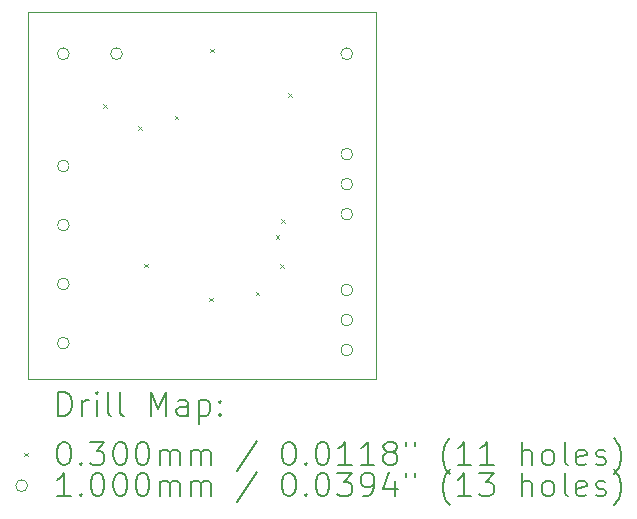
<source format=gbr>
%TF.GenerationSoftware,KiCad,Pcbnew,9.0.6*%
%TF.CreationDate,2025-11-23T22:05:46-07:00*%
%TF.ProjectId,ChuaCircuit,43687561-4369-4726-9375-69742e6b6963,rev?*%
%TF.SameCoordinates,Original*%
%TF.FileFunction,Drillmap*%
%TF.FilePolarity,Positive*%
%FSLAX45Y45*%
G04 Gerber Fmt 4.5, Leading zero omitted, Abs format (unit mm)*
G04 Created by KiCad (PCBNEW 9.0.6) date 2025-11-23 22:05:46*
%MOMM*%
%LPD*%
G01*
G04 APERTURE LIST*
%ADD10C,0.050000*%
%ADD11C,0.200000*%
%ADD12C,0.100000*%
G04 APERTURE END LIST*
D10*
X12350000Y-12000000D02*
X12350000Y-8900000D01*
X15300000Y-8900000D02*
X12350000Y-8900000D01*
X15300000Y-12000000D02*
X15300000Y-8900000D01*
X15300000Y-12000000D02*
X12350000Y-12000000D01*
D11*
D12*
X12987080Y-9678140D02*
X13017080Y-9708140D01*
X13017080Y-9678140D02*
X12987080Y-9708140D01*
X13285660Y-9862460D02*
X13315660Y-9892460D01*
X13315660Y-9862460D02*
X13285660Y-9892460D01*
X13335070Y-11026500D02*
X13365070Y-11056500D01*
X13365070Y-11026500D02*
X13335070Y-11056500D01*
X13594640Y-9774930D02*
X13624640Y-9804930D01*
X13624640Y-9774930D02*
X13594640Y-9804930D01*
X13885000Y-11314360D02*
X13915000Y-11344360D01*
X13915000Y-11314360D02*
X13885000Y-11344360D01*
X13894980Y-9206300D02*
X13924980Y-9236300D01*
X13924980Y-9206300D02*
X13894980Y-9236300D01*
X14277290Y-11263370D02*
X14307290Y-11293370D01*
X14307290Y-11263370D02*
X14277290Y-11293370D01*
X14447950Y-10785000D02*
X14477950Y-10815000D01*
X14477950Y-10785000D02*
X14447950Y-10815000D01*
X14485000Y-11033340D02*
X14515000Y-11063340D01*
X14515000Y-11033340D02*
X14485000Y-11063340D01*
X14493990Y-10649990D02*
X14523990Y-10679990D01*
X14523990Y-10649990D02*
X14493990Y-10679990D01*
X14552500Y-9584060D02*
X14582500Y-9614060D01*
X14582500Y-9584060D02*
X14552500Y-9614060D01*
X12700000Y-9250000D02*
G75*
G02*
X12600000Y-9250000I-50000J0D01*
G01*
X12600000Y-9250000D02*
G75*
G02*
X12700000Y-9250000I50000J0D01*
G01*
X12700000Y-10200000D02*
G75*
G02*
X12600000Y-10200000I-50000J0D01*
G01*
X12600000Y-10200000D02*
G75*
G02*
X12700000Y-10200000I50000J0D01*
G01*
X12700000Y-10700000D02*
G75*
G02*
X12600000Y-10700000I-50000J0D01*
G01*
X12600000Y-10700000D02*
G75*
G02*
X12700000Y-10700000I50000J0D01*
G01*
X12700000Y-11200000D02*
G75*
G02*
X12600000Y-11200000I-50000J0D01*
G01*
X12600000Y-11200000D02*
G75*
G02*
X12700000Y-11200000I50000J0D01*
G01*
X12700000Y-11700000D02*
G75*
G02*
X12600000Y-11700000I-50000J0D01*
G01*
X12600000Y-11700000D02*
G75*
G02*
X12700000Y-11700000I50000J0D01*
G01*
X13150000Y-9250000D02*
G75*
G02*
X13050000Y-9250000I-50000J0D01*
G01*
X13050000Y-9250000D02*
G75*
G02*
X13150000Y-9250000I50000J0D01*
G01*
X15100000Y-9250000D02*
G75*
G02*
X15000000Y-9250000I-50000J0D01*
G01*
X15000000Y-9250000D02*
G75*
G02*
X15100000Y-9250000I50000J0D01*
G01*
X15100000Y-10100000D02*
G75*
G02*
X15000000Y-10100000I-50000J0D01*
G01*
X15000000Y-10100000D02*
G75*
G02*
X15100000Y-10100000I50000J0D01*
G01*
X15100000Y-10354000D02*
G75*
G02*
X15000000Y-10354000I-50000J0D01*
G01*
X15000000Y-10354000D02*
G75*
G02*
X15100000Y-10354000I50000J0D01*
G01*
X15100000Y-10608000D02*
G75*
G02*
X15000000Y-10608000I-50000J0D01*
G01*
X15000000Y-10608000D02*
G75*
G02*
X15100000Y-10608000I50000J0D01*
G01*
X15100000Y-11250000D02*
G75*
G02*
X15000000Y-11250000I-50000J0D01*
G01*
X15000000Y-11250000D02*
G75*
G02*
X15100000Y-11250000I50000J0D01*
G01*
X15100000Y-11504000D02*
G75*
G02*
X15000000Y-11504000I-50000J0D01*
G01*
X15000000Y-11504000D02*
G75*
G02*
X15100000Y-11504000I50000J0D01*
G01*
X15100000Y-11758000D02*
G75*
G02*
X15000000Y-11758000I-50000J0D01*
G01*
X15000000Y-11758000D02*
G75*
G02*
X15100000Y-11758000I50000J0D01*
G01*
D11*
X12608277Y-12313984D02*
X12608277Y-12113984D01*
X12608277Y-12113984D02*
X12655896Y-12113984D01*
X12655896Y-12113984D02*
X12684467Y-12123508D01*
X12684467Y-12123508D02*
X12703515Y-12142555D01*
X12703515Y-12142555D02*
X12713039Y-12161603D01*
X12713039Y-12161603D02*
X12722562Y-12199698D01*
X12722562Y-12199698D02*
X12722562Y-12228269D01*
X12722562Y-12228269D02*
X12713039Y-12266365D01*
X12713039Y-12266365D02*
X12703515Y-12285412D01*
X12703515Y-12285412D02*
X12684467Y-12304460D01*
X12684467Y-12304460D02*
X12655896Y-12313984D01*
X12655896Y-12313984D02*
X12608277Y-12313984D01*
X12808277Y-12313984D02*
X12808277Y-12180650D01*
X12808277Y-12218746D02*
X12817801Y-12199698D01*
X12817801Y-12199698D02*
X12827324Y-12190174D01*
X12827324Y-12190174D02*
X12846372Y-12180650D01*
X12846372Y-12180650D02*
X12865420Y-12180650D01*
X12932086Y-12313984D02*
X12932086Y-12180650D01*
X12932086Y-12113984D02*
X12922562Y-12123508D01*
X12922562Y-12123508D02*
X12932086Y-12133031D01*
X12932086Y-12133031D02*
X12941610Y-12123508D01*
X12941610Y-12123508D02*
X12932086Y-12113984D01*
X12932086Y-12113984D02*
X12932086Y-12133031D01*
X13055896Y-12313984D02*
X13036848Y-12304460D01*
X13036848Y-12304460D02*
X13027324Y-12285412D01*
X13027324Y-12285412D02*
X13027324Y-12113984D01*
X13160658Y-12313984D02*
X13141610Y-12304460D01*
X13141610Y-12304460D02*
X13132086Y-12285412D01*
X13132086Y-12285412D02*
X13132086Y-12113984D01*
X13389229Y-12313984D02*
X13389229Y-12113984D01*
X13389229Y-12113984D02*
X13455896Y-12256841D01*
X13455896Y-12256841D02*
X13522562Y-12113984D01*
X13522562Y-12113984D02*
X13522562Y-12313984D01*
X13703515Y-12313984D02*
X13703515Y-12209222D01*
X13703515Y-12209222D02*
X13693991Y-12190174D01*
X13693991Y-12190174D02*
X13674943Y-12180650D01*
X13674943Y-12180650D02*
X13636848Y-12180650D01*
X13636848Y-12180650D02*
X13617801Y-12190174D01*
X13703515Y-12304460D02*
X13684467Y-12313984D01*
X13684467Y-12313984D02*
X13636848Y-12313984D01*
X13636848Y-12313984D02*
X13617801Y-12304460D01*
X13617801Y-12304460D02*
X13608277Y-12285412D01*
X13608277Y-12285412D02*
X13608277Y-12266365D01*
X13608277Y-12266365D02*
X13617801Y-12247317D01*
X13617801Y-12247317D02*
X13636848Y-12237793D01*
X13636848Y-12237793D02*
X13684467Y-12237793D01*
X13684467Y-12237793D02*
X13703515Y-12228269D01*
X13798753Y-12180650D02*
X13798753Y-12380650D01*
X13798753Y-12190174D02*
X13817801Y-12180650D01*
X13817801Y-12180650D02*
X13855896Y-12180650D01*
X13855896Y-12180650D02*
X13874943Y-12190174D01*
X13874943Y-12190174D02*
X13884467Y-12199698D01*
X13884467Y-12199698D02*
X13893991Y-12218746D01*
X13893991Y-12218746D02*
X13893991Y-12275888D01*
X13893991Y-12275888D02*
X13884467Y-12294936D01*
X13884467Y-12294936D02*
X13874943Y-12304460D01*
X13874943Y-12304460D02*
X13855896Y-12313984D01*
X13855896Y-12313984D02*
X13817801Y-12313984D01*
X13817801Y-12313984D02*
X13798753Y-12304460D01*
X13979705Y-12294936D02*
X13989229Y-12304460D01*
X13989229Y-12304460D02*
X13979705Y-12313984D01*
X13979705Y-12313984D02*
X13970182Y-12304460D01*
X13970182Y-12304460D02*
X13979705Y-12294936D01*
X13979705Y-12294936D02*
X13979705Y-12313984D01*
X13979705Y-12190174D02*
X13989229Y-12199698D01*
X13989229Y-12199698D02*
X13979705Y-12209222D01*
X13979705Y-12209222D02*
X13970182Y-12199698D01*
X13970182Y-12199698D02*
X13979705Y-12190174D01*
X13979705Y-12190174D02*
X13979705Y-12209222D01*
D12*
X12317500Y-12627500D02*
X12347500Y-12657500D01*
X12347500Y-12627500D02*
X12317500Y-12657500D01*
D11*
X12646372Y-12533984D02*
X12665420Y-12533984D01*
X12665420Y-12533984D02*
X12684467Y-12543508D01*
X12684467Y-12543508D02*
X12693991Y-12553031D01*
X12693991Y-12553031D02*
X12703515Y-12572079D01*
X12703515Y-12572079D02*
X12713039Y-12610174D01*
X12713039Y-12610174D02*
X12713039Y-12657793D01*
X12713039Y-12657793D02*
X12703515Y-12695888D01*
X12703515Y-12695888D02*
X12693991Y-12714936D01*
X12693991Y-12714936D02*
X12684467Y-12724460D01*
X12684467Y-12724460D02*
X12665420Y-12733984D01*
X12665420Y-12733984D02*
X12646372Y-12733984D01*
X12646372Y-12733984D02*
X12627324Y-12724460D01*
X12627324Y-12724460D02*
X12617801Y-12714936D01*
X12617801Y-12714936D02*
X12608277Y-12695888D01*
X12608277Y-12695888D02*
X12598753Y-12657793D01*
X12598753Y-12657793D02*
X12598753Y-12610174D01*
X12598753Y-12610174D02*
X12608277Y-12572079D01*
X12608277Y-12572079D02*
X12617801Y-12553031D01*
X12617801Y-12553031D02*
X12627324Y-12543508D01*
X12627324Y-12543508D02*
X12646372Y-12533984D01*
X12798753Y-12714936D02*
X12808277Y-12724460D01*
X12808277Y-12724460D02*
X12798753Y-12733984D01*
X12798753Y-12733984D02*
X12789229Y-12724460D01*
X12789229Y-12724460D02*
X12798753Y-12714936D01*
X12798753Y-12714936D02*
X12798753Y-12733984D01*
X12874943Y-12533984D02*
X12998753Y-12533984D01*
X12998753Y-12533984D02*
X12932086Y-12610174D01*
X12932086Y-12610174D02*
X12960658Y-12610174D01*
X12960658Y-12610174D02*
X12979705Y-12619698D01*
X12979705Y-12619698D02*
X12989229Y-12629222D01*
X12989229Y-12629222D02*
X12998753Y-12648269D01*
X12998753Y-12648269D02*
X12998753Y-12695888D01*
X12998753Y-12695888D02*
X12989229Y-12714936D01*
X12989229Y-12714936D02*
X12979705Y-12724460D01*
X12979705Y-12724460D02*
X12960658Y-12733984D01*
X12960658Y-12733984D02*
X12903515Y-12733984D01*
X12903515Y-12733984D02*
X12884467Y-12724460D01*
X12884467Y-12724460D02*
X12874943Y-12714936D01*
X13122562Y-12533984D02*
X13141610Y-12533984D01*
X13141610Y-12533984D02*
X13160658Y-12543508D01*
X13160658Y-12543508D02*
X13170182Y-12553031D01*
X13170182Y-12553031D02*
X13179705Y-12572079D01*
X13179705Y-12572079D02*
X13189229Y-12610174D01*
X13189229Y-12610174D02*
X13189229Y-12657793D01*
X13189229Y-12657793D02*
X13179705Y-12695888D01*
X13179705Y-12695888D02*
X13170182Y-12714936D01*
X13170182Y-12714936D02*
X13160658Y-12724460D01*
X13160658Y-12724460D02*
X13141610Y-12733984D01*
X13141610Y-12733984D02*
X13122562Y-12733984D01*
X13122562Y-12733984D02*
X13103515Y-12724460D01*
X13103515Y-12724460D02*
X13093991Y-12714936D01*
X13093991Y-12714936D02*
X13084467Y-12695888D01*
X13084467Y-12695888D02*
X13074943Y-12657793D01*
X13074943Y-12657793D02*
X13074943Y-12610174D01*
X13074943Y-12610174D02*
X13084467Y-12572079D01*
X13084467Y-12572079D02*
X13093991Y-12553031D01*
X13093991Y-12553031D02*
X13103515Y-12543508D01*
X13103515Y-12543508D02*
X13122562Y-12533984D01*
X13313039Y-12533984D02*
X13332086Y-12533984D01*
X13332086Y-12533984D02*
X13351134Y-12543508D01*
X13351134Y-12543508D02*
X13360658Y-12553031D01*
X13360658Y-12553031D02*
X13370182Y-12572079D01*
X13370182Y-12572079D02*
X13379705Y-12610174D01*
X13379705Y-12610174D02*
X13379705Y-12657793D01*
X13379705Y-12657793D02*
X13370182Y-12695888D01*
X13370182Y-12695888D02*
X13360658Y-12714936D01*
X13360658Y-12714936D02*
X13351134Y-12724460D01*
X13351134Y-12724460D02*
X13332086Y-12733984D01*
X13332086Y-12733984D02*
X13313039Y-12733984D01*
X13313039Y-12733984D02*
X13293991Y-12724460D01*
X13293991Y-12724460D02*
X13284467Y-12714936D01*
X13284467Y-12714936D02*
X13274943Y-12695888D01*
X13274943Y-12695888D02*
X13265420Y-12657793D01*
X13265420Y-12657793D02*
X13265420Y-12610174D01*
X13265420Y-12610174D02*
X13274943Y-12572079D01*
X13274943Y-12572079D02*
X13284467Y-12553031D01*
X13284467Y-12553031D02*
X13293991Y-12543508D01*
X13293991Y-12543508D02*
X13313039Y-12533984D01*
X13465420Y-12733984D02*
X13465420Y-12600650D01*
X13465420Y-12619698D02*
X13474943Y-12610174D01*
X13474943Y-12610174D02*
X13493991Y-12600650D01*
X13493991Y-12600650D02*
X13522563Y-12600650D01*
X13522563Y-12600650D02*
X13541610Y-12610174D01*
X13541610Y-12610174D02*
X13551134Y-12629222D01*
X13551134Y-12629222D02*
X13551134Y-12733984D01*
X13551134Y-12629222D02*
X13560658Y-12610174D01*
X13560658Y-12610174D02*
X13579705Y-12600650D01*
X13579705Y-12600650D02*
X13608277Y-12600650D01*
X13608277Y-12600650D02*
X13627324Y-12610174D01*
X13627324Y-12610174D02*
X13636848Y-12629222D01*
X13636848Y-12629222D02*
X13636848Y-12733984D01*
X13732086Y-12733984D02*
X13732086Y-12600650D01*
X13732086Y-12619698D02*
X13741610Y-12610174D01*
X13741610Y-12610174D02*
X13760658Y-12600650D01*
X13760658Y-12600650D02*
X13789229Y-12600650D01*
X13789229Y-12600650D02*
X13808277Y-12610174D01*
X13808277Y-12610174D02*
X13817801Y-12629222D01*
X13817801Y-12629222D02*
X13817801Y-12733984D01*
X13817801Y-12629222D02*
X13827324Y-12610174D01*
X13827324Y-12610174D02*
X13846372Y-12600650D01*
X13846372Y-12600650D02*
X13874943Y-12600650D01*
X13874943Y-12600650D02*
X13893991Y-12610174D01*
X13893991Y-12610174D02*
X13903515Y-12629222D01*
X13903515Y-12629222D02*
X13903515Y-12733984D01*
X14293991Y-12524460D02*
X14122563Y-12781603D01*
X14551134Y-12533984D02*
X14570182Y-12533984D01*
X14570182Y-12533984D02*
X14589229Y-12543508D01*
X14589229Y-12543508D02*
X14598753Y-12553031D01*
X14598753Y-12553031D02*
X14608277Y-12572079D01*
X14608277Y-12572079D02*
X14617801Y-12610174D01*
X14617801Y-12610174D02*
X14617801Y-12657793D01*
X14617801Y-12657793D02*
X14608277Y-12695888D01*
X14608277Y-12695888D02*
X14598753Y-12714936D01*
X14598753Y-12714936D02*
X14589229Y-12724460D01*
X14589229Y-12724460D02*
X14570182Y-12733984D01*
X14570182Y-12733984D02*
X14551134Y-12733984D01*
X14551134Y-12733984D02*
X14532086Y-12724460D01*
X14532086Y-12724460D02*
X14522563Y-12714936D01*
X14522563Y-12714936D02*
X14513039Y-12695888D01*
X14513039Y-12695888D02*
X14503515Y-12657793D01*
X14503515Y-12657793D02*
X14503515Y-12610174D01*
X14503515Y-12610174D02*
X14513039Y-12572079D01*
X14513039Y-12572079D02*
X14522563Y-12553031D01*
X14522563Y-12553031D02*
X14532086Y-12543508D01*
X14532086Y-12543508D02*
X14551134Y-12533984D01*
X14703515Y-12714936D02*
X14713039Y-12724460D01*
X14713039Y-12724460D02*
X14703515Y-12733984D01*
X14703515Y-12733984D02*
X14693991Y-12724460D01*
X14693991Y-12724460D02*
X14703515Y-12714936D01*
X14703515Y-12714936D02*
X14703515Y-12733984D01*
X14836848Y-12533984D02*
X14855896Y-12533984D01*
X14855896Y-12533984D02*
X14874944Y-12543508D01*
X14874944Y-12543508D02*
X14884467Y-12553031D01*
X14884467Y-12553031D02*
X14893991Y-12572079D01*
X14893991Y-12572079D02*
X14903515Y-12610174D01*
X14903515Y-12610174D02*
X14903515Y-12657793D01*
X14903515Y-12657793D02*
X14893991Y-12695888D01*
X14893991Y-12695888D02*
X14884467Y-12714936D01*
X14884467Y-12714936D02*
X14874944Y-12724460D01*
X14874944Y-12724460D02*
X14855896Y-12733984D01*
X14855896Y-12733984D02*
X14836848Y-12733984D01*
X14836848Y-12733984D02*
X14817801Y-12724460D01*
X14817801Y-12724460D02*
X14808277Y-12714936D01*
X14808277Y-12714936D02*
X14798753Y-12695888D01*
X14798753Y-12695888D02*
X14789229Y-12657793D01*
X14789229Y-12657793D02*
X14789229Y-12610174D01*
X14789229Y-12610174D02*
X14798753Y-12572079D01*
X14798753Y-12572079D02*
X14808277Y-12553031D01*
X14808277Y-12553031D02*
X14817801Y-12543508D01*
X14817801Y-12543508D02*
X14836848Y-12533984D01*
X15093991Y-12733984D02*
X14979706Y-12733984D01*
X15036848Y-12733984D02*
X15036848Y-12533984D01*
X15036848Y-12533984D02*
X15017801Y-12562555D01*
X15017801Y-12562555D02*
X14998753Y-12581603D01*
X14998753Y-12581603D02*
X14979706Y-12591127D01*
X15284467Y-12733984D02*
X15170182Y-12733984D01*
X15227325Y-12733984D02*
X15227325Y-12533984D01*
X15227325Y-12533984D02*
X15208277Y-12562555D01*
X15208277Y-12562555D02*
X15189229Y-12581603D01*
X15189229Y-12581603D02*
X15170182Y-12591127D01*
X15398753Y-12619698D02*
X15379706Y-12610174D01*
X15379706Y-12610174D02*
X15370182Y-12600650D01*
X15370182Y-12600650D02*
X15360658Y-12581603D01*
X15360658Y-12581603D02*
X15360658Y-12572079D01*
X15360658Y-12572079D02*
X15370182Y-12553031D01*
X15370182Y-12553031D02*
X15379706Y-12543508D01*
X15379706Y-12543508D02*
X15398753Y-12533984D01*
X15398753Y-12533984D02*
X15436848Y-12533984D01*
X15436848Y-12533984D02*
X15455896Y-12543508D01*
X15455896Y-12543508D02*
X15465420Y-12553031D01*
X15465420Y-12553031D02*
X15474944Y-12572079D01*
X15474944Y-12572079D02*
X15474944Y-12581603D01*
X15474944Y-12581603D02*
X15465420Y-12600650D01*
X15465420Y-12600650D02*
X15455896Y-12610174D01*
X15455896Y-12610174D02*
X15436848Y-12619698D01*
X15436848Y-12619698D02*
X15398753Y-12619698D01*
X15398753Y-12619698D02*
X15379706Y-12629222D01*
X15379706Y-12629222D02*
X15370182Y-12638746D01*
X15370182Y-12638746D02*
X15360658Y-12657793D01*
X15360658Y-12657793D02*
X15360658Y-12695888D01*
X15360658Y-12695888D02*
X15370182Y-12714936D01*
X15370182Y-12714936D02*
X15379706Y-12724460D01*
X15379706Y-12724460D02*
X15398753Y-12733984D01*
X15398753Y-12733984D02*
X15436848Y-12733984D01*
X15436848Y-12733984D02*
X15455896Y-12724460D01*
X15455896Y-12724460D02*
X15465420Y-12714936D01*
X15465420Y-12714936D02*
X15474944Y-12695888D01*
X15474944Y-12695888D02*
X15474944Y-12657793D01*
X15474944Y-12657793D02*
X15465420Y-12638746D01*
X15465420Y-12638746D02*
X15455896Y-12629222D01*
X15455896Y-12629222D02*
X15436848Y-12619698D01*
X15551134Y-12533984D02*
X15551134Y-12572079D01*
X15627325Y-12533984D02*
X15627325Y-12572079D01*
X15922563Y-12810174D02*
X15913039Y-12800650D01*
X15913039Y-12800650D02*
X15893991Y-12772079D01*
X15893991Y-12772079D02*
X15884468Y-12753031D01*
X15884468Y-12753031D02*
X15874944Y-12724460D01*
X15874944Y-12724460D02*
X15865420Y-12676841D01*
X15865420Y-12676841D02*
X15865420Y-12638746D01*
X15865420Y-12638746D02*
X15874944Y-12591127D01*
X15874944Y-12591127D02*
X15884468Y-12562555D01*
X15884468Y-12562555D02*
X15893991Y-12543508D01*
X15893991Y-12543508D02*
X15913039Y-12514936D01*
X15913039Y-12514936D02*
X15922563Y-12505412D01*
X16103515Y-12733984D02*
X15989229Y-12733984D01*
X16046372Y-12733984D02*
X16046372Y-12533984D01*
X16046372Y-12533984D02*
X16027325Y-12562555D01*
X16027325Y-12562555D02*
X16008277Y-12581603D01*
X16008277Y-12581603D02*
X15989229Y-12591127D01*
X16293991Y-12733984D02*
X16179706Y-12733984D01*
X16236848Y-12733984D02*
X16236848Y-12533984D01*
X16236848Y-12533984D02*
X16217801Y-12562555D01*
X16217801Y-12562555D02*
X16198753Y-12581603D01*
X16198753Y-12581603D02*
X16179706Y-12591127D01*
X16532087Y-12733984D02*
X16532087Y-12533984D01*
X16617801Y-12733984D02*
X16617801Y-12629222D01*
X16617801Y-12629222D02*
X16608277Y-12610174D01*
X16608277Y-12610174D02*
X16589230Y-12600650D01*
X16589230Y-12600650D02*
X16560658Y-12600650D01*
X16560658Y-12600650D02*
X16541610Y-12610174D01*
X16541610Y-12610174D02*
X16532087Y-12619698D01*
X16741610Y-12733984D02*
X16722563Y-12724460D01*
X16722563Y-12724460D02*
X16713039Y-12714936D01*
X16713039Y-12714936D02*
X16703515Y-12695888D01*
X16703515Y-12695888D02*
X16703515Y-12638746D01*
X16703515Y-12638746D02*
X16713039Y-12619698D01*
X16713039Y-12619698D02*
X16722563Y-12610174D01*
X16722563Y-12610174D02*
X16741610Y-12600650D01*
X16741610Y-12600650D02*
X16770182Y-12600650D01*
X16770182Y-12600650D02*
X16789230Y-12610174D01*
X16789230Y-12610174D02*
X16798753Y-12619698D01*
X16798753Y-12619698D02*
X16808277Y-12638746D01*
X16808277Y-12638746D02*
X16808277Y-12695888D01*
X16808277Y-12695888D02*
X16798753Y-12714936D01*
X16798753Y-12714936D02*
X16789230Y-12724460D01*
X16789230Y-12724460D02*
X16770182Y-12733984D01*
X16770182Y-12733984D02*
X16741610Y-12733984D01*
X16922563Y-12733984D02*
X16903515Y-12724460D01*
X16903515Y-12724460D02*
X16893992Y-12705412D01*
X16893992Y-12705412D02*
X16893992Y-12533984D01*
X17074944Y-12724460D02*
X17055896Y-12733984D01*
X17055896Y-12733984D02*
X17017801Y-12733984D01*
X17017801Y-12733984D02*
X16998753Y-12724460D01*
X16998753Y-12724460D02*
X16989230Y-12705412D01*
X16989230Y-12705412D02*
X16989230Y-12629222D01*
X16989230Y-12629222D02*
X16998753Y-12610174D01*
X16998753Y-12610174D02*
X17017801Y-12600650D01*
X17017801Y-12600650D02*
X17055896Y-12600650D01*
X17055896Y-12600650D02*
X17074944Y-12610174D01*
X17074944Y-12610174D02*
X17084468Y-12629222D01*
X17084468Y-12629222D02*
X17084468Y-12648269D01*
X17084468Y-12648269D02*
X16989230Y-12667317D01*
X17160658Y-12724460D02*
X17179706Y-12733984D01*
X17179706Y-12733984D02*
X17217801Y-12733984D01*
X17217801Y-12733984D02*
X17236849Y-12724460D01*
X17236849Y-12724460D02*
X17246373Y-12705412D01*
X17246373Y-12705412D02*
X17246373Y-12695888D01*
X17246373Y-12695888D02*
X17236849Y-12676841D01*
X17236849Y-12676841D02*
X17217801Y-12667317D01*
X17217801Y-12667317D02*
X17189230Y-12667317D01*
X17189230Y-12667317D02*
X17170182Y-12657793D01*
X17170182Y-12657793D02*
X17160658Y-12638746D01*
X17160658Y-12638746D02*
X17160658Y-12629222D01*
X17160658Y-12629222D02*
X17170182Y-12610174D01*
X17170182Y-12610174D02*
X17189230Y-12600650D01*
X17189230Y-12600650D02*
X17217801Y-12600650D01*
X17217801Y-12600650D02*
X17236849Y-12610174D01*
X17313039Y-12810174D02*
X17322563Y-12800650D01*
X17322563Y-12800650D02*
X17341611Y-12772079D01*
X17341611Y-12772079D02*
X17351134Y-12753031D01*
X17351134Y-12753031D02*
X17360658Y-12724460D01*
X17360658Y-12724460D02*
X17370182Y-12676841D01*
X17370182Y-12676841D02*
X17370182Y-12638746D01*
X17370182Y-12638746D02*
X17360658Y-12591127D01*
X17360658Y-12591127D02*
X17351134Y-12562555D01*
X17351134Y-12562555D02*
X17341611Y-12543508D01*
X17341611Y-12543508D02*
X17322563Y-12514936D01*
X17322563Y-12514936D02*
X17313039Y-12505412D01*
D12*
X12347500Y-12906500D02*
G75*
G02*
X12247500Y-12906500I-50000J0D01*
G01*
X12247500Y-12906500D02*
G75*
G02*
X12347500Y-12906500I50000J0D01*
G01*
D11*
X12713039Y-12997984D02*
X12598753Y-12997984D01*
X12655896Y-12997984D02*
X12655896Y-12797984D01*
X12655896Y-12797984D02*
X12636848Y-12826555D01*
X12636848Y-12826555D02*
X12617801Y-12845603D01*
X12617801Y-12845603D02*
X12598753Y-12855127D01*
X12798753Y-12978936D02*
X12808277Y-12988460D01*
X12808277Y-12988460D02*
X12798753Y-12997984D01*
X12798753Y-12997984D02*
X12789229Y-12988460D01*
X12789229Y-12988460D02*
X12798753Y-12978936D01*
X12798753Y-12978936D02*
X12798753Y-12997984D01*
X12932086Y-12797984D02*
X12951134Y-12797984D01*
X12951134Y-12797984D02*
X12970182Y-12807508D01*
X12970182Y-12807508D02*
X12979705Y-12817031D01*
X12979705Y-12817031D02*
X12989229Y-12836079D01*
X12989229Y-12836079D02*
X12998753Y-12874174D01*
X12998753Y-12874174D02*
X12998753Y-12921793D01*
X12998753Y-12921793D02*
X12989229Y-12959888D01*
X12989229Y-12959888D02*
X12979705Y-12978936D01*
X12979705Y-12978936D02*
X12970182Y-12988460D01*
X12970182Y-12988460D02*
X12951134Y-12997984D01*
X12951134Y-12997984D02*
X12932086Y-12997984D01*
X12932086Y-12997984D02*
X12913039Y-12988460D01*
X12913039Y-12988460D02*
X12903515Y-12978936D01*
X12903515Y-12978936D02*
X12893991Y-12959888D01*
X12893991Y-12959888D02*
X12884467Y-12921793D01*
X12884467Y-12921793D02*
X12884467Y-12874174D01*
X12884467Y-12874174D02*
X12893991Y-12836079D01*
X12893991Y-12836079D02*
X12903515Y-12817031D01*
X12903515Y-12817031D02*
X12913039Y-12807508D01*
X12913039Y-12807508D02*
X12932086Y-12797984D01*
X13122562Y-12797984D02*
X13141610Y-12797984D01*
X13141610Y-12797984D02*
X13160658Y-12807508D01*
X13160658Y-12807508D02*
X13170182Y-12817031D01*
X13170182Y-12817031D02*
X13179705Y-12836079D01*
X13179705Y-12836079D02*
X13189229Y-12874174D01*
X13189229Y-12874174D02*
X13189229Y-12921793D01*
X13189229Y-12921793D02*
X13179705Y-12959888D01*
X13179705Y-12959888D02*
X13170182Y-12978936D01*
X13170182Y-12978936D02*
X13160658Y-12988460D01*
X13160658Y-12988460D02*
X13141610Y-12997984D01*
X13141610Y-12997984D02*
X13122562Y-12997984D01*
X13122562Y-12997984D02*
X13103515Y-12988460D01*
X13103515Y-12988460D02*
X13093991Y-12978936D01*
X13093991Y-12978936D02*
X13084467Y-12959888D01*
X13084467Y-12959888D02*
X13074943Y-12921793D01*
X13074943Y-12921793D02*
X13074943Y-12874174D01*
X13074943Y-12874174D02*
X13084467Y-12836079D01*
X13084467Y-12836079D02*
X13093991Y-12817031D01*
X13093991Y-12817031D02*
X13103515Y-12807508D01*
X13103515Y-12807508D02*
X13122562Y-12797984D01*
X13313039Y-12797984D02*
X13332086Y-12797984D01*
X13332086Y-12797984D02*
X13351134Y-12807508D01*
X13351134Y-12807508D02*
X13360658Y-12817031D01*
X13360658Y-12817031D02*
X13370182Y-12836079D01*
X13370182Y-12836079D02*
X13379705Y-12874174D01*
X13379705Y-12874174D02*
X13379705Y-12921793D01*
X13379705Y-12921793D02*
X13370182Y-12959888D01*
X13370182Y-12959888D02*
X13360658Y-12978936D01*
X13360658Y-12978936D02*
X13351134Y-12988460D01*
X13351134Y-12988460D02*
X13332086Y-12997984D01*
X13332086Y-12997984D02*
X13313039Y-12997984D01*
X13313039Y-12997984D02*
X13293991Y-12988460D01*
X13293991Y-12988460D02*
X13284467Y-12978936D01*
X13284467Y-12978936D02*
X13274943Y-12959888D01*
X13274943Y-12959888D02*
X13265420Y-12921793D01*
X13265420Y-12921793D02*
X13265420Y-12874174D01*
X13265420Y-12874174D02*
X13274943Y-12836079D01*
X13274943Y-12836079D02*
X13284467Y-12817031D01*
X13284467Y-12817031D02*
X13293991Y-12807508D01*
X13293991Y-12807508D02*
X13313039Y-12797984D01*
X13465420Y-12997984D02*
X13465420Y-12864650D01*
X13465420Y-12883698D02*
X13474943Y-12874174D01*
X13474943Y-12874174D02*
X13493991Y-12864650D01*
X13493991Y-12864650D02*
X13522563Y-12864650D01*
X13522563Y-12864650D02*
X13541610Y-12874174D01*
X13541610Y-12874174D02*
X13551134Y-12893222D01*
X13551134Y-12893222D02*
X13551134Y-12997984D01*
X13551134Y-12893222D02*
X13560658Y-12874174D01*
X13560658Y-12874174D02*
X13579705Y-12864650D01*
X13579705Y-12864650D02*
X13608277Y-12864650D01*
X13608277Y-12864650D02*
X13627324Y-12874174D01*
X13627324Y-12874174D02*
X13636848Y-12893222D01*
X13636848Y-12893222D02*
X13636848Y-12997984D01*
X13732086Y-12997984D02*
X13732086Y-12864650D01*
X13732086Y-12883698D02*
X13741610Y-12874174D01*
X13741610Y-12874174D02*
X13760658Y-12864650D01*
X13760658Y-12864650D02*
X13789229Y-12864650D01*
X13789229Y-12864650D02*
X13808277Y-12874174D01*
X13808277Y-12874174D02*
X13817801Y-12893222D01*
X13817801Y-12893222D02*
X13817801Y-12997984D01*
X13817801Y-12893222D02*
X13827324Y-12874174D01*
X13827324Y-12874174D02*
X13846372Y-12864650D01*
X13846372Y-12864650D02*
X13874943Y-12864650D01*
X13874943Y-12864650D02*
X13893991Y-12874174D01*
X13893991Y-12874174D02*
X13903515Y-12893222D01*
X13903515Y-12893222D02*
X13903515Y-12997984D01*
X14293991Y-12788460D02*
X14122563Y-13045603D01*
X14551134Y-12797984D02*
X14570182Y-12797984D01*
X14570182Y-12797984D02*
X14589229Y-12807508D01*
X14589229Y-12807508D02*
X14598753Y-12817031D01*
X14598753Y-12817031D02*
X14608277Y-12836079D01*
X14608277Y-12836079D02*
X14617801Y-12874174D01*
X14617801Y-12874174D02*
X14617801Y-12921793D01*
X14617801Y-12921793D02*
X14608277Y-12959888D01*
X14608277Y-12959888D02*
X14598753Y-12978936D01*
X14598753Y-12978936D02*
X14589229Y-12988460D01*
X14589229Y-12988460D02*
X14570182Y-12997984D01*
X14570182Y-12997984D02*
X14551134Y-12997984D01*
X14551134Y-12997984D02*
X14532086Y-12988460D01*
X14532086Y-12988460D02*
X14522563Y-12978936D01*
X14522563Y-12978936D02*
X14513039Y-12959888D01*
X14513039Y-12959888D02*
X14503515Y-12921793D01*
X14503515Y-12921793D02*
X14503515Y-12874174D01*
X14503515Y-12874174D02*
X14513039Y-12836079D01*
X14513039Y-12836079D02*
X14522563Y-12817031D01*
X14522563Y-12817031D02*
X14532086Y-12807508D01*
X14532086Y-12807508D02*
X14551134Y-12797984D01*
X14703515Y-12978936D02*
X14713039Y-12988460D01*
X14713039Y-12988460D02*
X14703515Y-12997984D01*
X14703515Y-12997984D02*
X14693991Y-12988460D01*
X14693991Y-12988460D02*
X14703515Y-12978936D01*
X14703515Y-12978936D02*
X14703515Y-12997984D01*
X14836848Y-12797984D02*
X14855896Y-12797984D01*
X14855896Y-12797984D02*
X14874944Y-12807508D01*
X14874944Y-12807508D02*
X14884467Y-12817031D01*
X14884467Y-12817031D02*
X14893991Y-12836079D01*
X14893991Y-12836079D02*
X14903515Y-12874174D01*
X14903515Y-12874174D02*
X14903515Y-12921793D01*
X14903515Y-12921793D02*
X14893991Y-12959888D01*
X14893991Y-12959888D02*
X14884467Y-12978936D01*
X14884467Y-12978936D02*
X14874944Y-12988460D01*
X14874944Y-12988460D02*
X14855896Y-12997984D01*
X14855896Y-12997984D02*
X14836848Y-12997984D01*
X14836848Y-12997984D02*
X14817801Y-12988460D01*
X14817801Y-12988460D02*
X14808277Y-12978936D01*
X14808277Y-12978936D02*
X14798753Y-12959888D01*
X14798753Y-12959888D02*
X14789229Y-12921793D01*
X14789229Y-12921793D02*
X14789229Y-12874174D01*
X14789229Y-12874174D02*
X14798753Y-12836079D01*
X14798753Y-12836079D02*
X14808277Y-12817031D01*
X14808277Y-12817031D02*
X14817801Y-12807508D01*
X14817801Y-12807508D02*
X14836848Y-12797984D01*
X14970182Y-12797984D02*
X15093991Y-12797984D01*
X15093991Y-12797984D02*
X15027325Y-12874174D01*
X15027325Y-12874174D02*
X15055896Y-12874174D01*
X15055896Y-12874174D02*
X15074944Y-12883698D01*
X15074944Y-12883698D02*
X15084467Y-12893222D01*
X15084467Y-12893222D02*
X15093991Y-12912269D01*
X15093991Y-12912269D02*
X15093991Y-12959888D01*
X15093991Y-12959888D02*
X15084467Y-12978936D01*
X15084467Y-12978936D02*
X15074944Y-12988460D01*
X15074944Y-12988460D02*
X15055896Y-12997984D01*
X15055896Y-12997984D02*
X14998753Y-12997984D01*
X14998753Y-12997984D02*
X14979706Y-12988460D01*
X14979706Y-12988460D02*
X14970182Y-12978936D01*
X15189229Y-12997984D02*
X15227325Y-12997984D01*
X15227325Y-12997984D02*
X15246372Y-12988460D01*
X15246372Y-12988460D02*
X15255896Y-12978936D01*
X15255896Y-12978936D02*
X15274944Y-12950365D01*
X15274944Y-12950365D02*
X15284467Y-12912269D01*
X15284467Y-12912269D02*
X15284467Y-12836079D01*
X15284467Y-12836079D02*
X15274944Y-12817031D01*
X15274944Y-12817031D02*
X15265420Y-12807508D01*
X15265420Y-12807508D02*
X15246372Y-12797984D01*
X15246372Y-12797984D02*
X15208277Y-12797984D01*
X15208277Y-12797984D02*
X15189229Y-12807508D01*
X15189229Y-12807508D02*
X15179706Y-12817031D01*
X15179706Y-12817031D02*
X15170182Y-12836079D01*
X15170182Y-12836079D02*
X15170182Y-12883698D01*
X15170182Y-12883698D02*
X15179706Y-12902746D01*
X15179706Y-12902746D02*
X15189229Y-12912269D01*
X15189229Y-12912269D02*
X15208277Y-12921793D01*
X15208277Y-12921793D02*
X15246372Y-12921793D01*
X15246372Y-12921793D02*
X15265420Y-12912269D01*
X15265420Y-12912269D02*
X15274944Y-12902746D01*
X15274944Y-12902746D02*
X15284467Y-12883698D01*
X15455896Y-12864650D02*
X15455896Y-12997984D01*
X15408277Y-12788460D02*
X15360658Y-12931317D01*
X15360658Y-12931317D02*
X15484467Y-12931317D01*
X15551134Y-12797984D02*
X15551134Y-12836079D01*
X15627325Y-12797984D02*
X15627325Y-12836079D01*
X15922563Y-13074174D02*
X15913039Y-13064650D01*
X15913039Y-13064650D02*
X15893991Y-13036079D01*
X15893991Y-13036079D02*
X15884468Y-13017031D01*
X15884468Y-13017031D02*
X15874944Y-12988460D01*
X15874944Y-12988460D02*
X15865420Y-12940841D01*
X15865420Y-12940841D02*
X15865420Y-12902746D01*
X15865420Y-12902746D02*
X15874944Y-12855127D01*
X15874944Y-12855127D02*
X15884468Y-12826555D01*
X15884468Y-12826555D02*
X15893991Y-12807508D01*
X15893991Y-12807508D02*
X15913039Y-12778936D01*
X15913039Y-12778936D02*
X15922563Y-12769412D01*
X16103515Y-12997984D02*
X15989229Y-12997984D01*
X16046372Y-12997984D02*
X16046372Y-12797984D01*
X16046372Y-12797984D02*
X16027325Y-12826555D01*
X16027325Y-12826555D02*
X16008277Y-12845603D01*
X16008277Y-12845603D02*
X15989229Y-12855127D01*
X16170182Y-12797984D02*
X16293991Y-12797984D01*
X16293991Y-12797984D02*
X16227325Y-12874174D01*
X16227325Y-12874174D02*
X16255896Y-12874174D01*
X16255896Y-12874174D02*
X16274944Y-12883698D01*
X16274944Y-12883698D02*
X16284468Y-12893222D01*
X16284468Y-12893222D02*
X16293991Y-12912269D01*
X16293991Y-12912269D02*
X16293991Y-12959888D01*
X16293991Y-12959888D02*
X16284468Y-12978936D01*
X16284468Y-12978936D02*
X16274944Y-12988460D01*
X16274944Y-12988460D02*
X16255896Y-12997984D01*
X16255896Y-12997984D02*
X16198753Y-12997984D01*
X16198753Y-12997984D02*
X16179706Y-12988460D01*
X16179706Y-12988460D02*
X16170182Y-12978936D01*
X16532087Y-12997984D02*
X16532087Y-12797984D01*
X16617801Y-12997984D02*
X16617801Y-12893222D01*
X16617801Y-12893222D02*
X16608277Y-12874174D01*
X16608277Y-12874174D02*
X16589230Y-12864650D01*
X16589230Y-12864650D02*
X16560658Y-12864650D01*
X16560658Y-12864650D02*
X16541610Y-12874174D01*
X16541610Y-12874174D02*
X16532087Y-12883698D01*
X16741610Y-12997984D02*
X16722563Y-12988460D01*
X16722563Y-12988460D02*
X16713039Y-12978936D01*
X16713039Y-12978936D02*
X16703515Y-12959888D01*
X16703515Y-12959888D02*
X16703515Y-12902746D01*
X16703515Y-12902746D02*
X16713039Y-12883698D01*
X16713039Y-12883698D02*
X16722563Y-12874174D01*
X16722563Y-12874174D02*
X16741610Y-12864650D01*
X16741610Y-12864650D02*
X16770182Y-12864650D01*
X16770182Y-12864650D02*
X16789230Y-12874174D01*
X16789230Y-12874174D02*
X16798753Y-12883698D01*
X16798753Y-12883698D02*
X16808277Y-12902746D01*
X16808277Y-12902746D02*
X16808277Y-12959888D01*
X16808277Y-12959888D02*
X16798753Y-12978936D01*
X16798753Y-12978936D02*
X16789230Y-12988460D01*
X16789230Y-12988460D02*
X16770182Y-12997984D01*
X16770182Y-12997984D02*
X16741610Y-12997984D01*
X16922563Y-12997984D02*
X16903515Y-12988460D01*
X16903515Y-12988460D02*
X16893992Y-12969412D01*
X16893992Y-12969412D02*
X16893992Y-12797984D01*
X17074944Y-12988460D02*
X17055896Y-12997984D01*
X17055896Y-12997984D02*
X17017801Y-12997984D01*
X17017801Y-12997984D02*
X16998753Y-12988460D01*
X16998753Y-12988460D02*
X16989230Y-12969412D01*
X16989230Y-12969412D02*
X16989230Y-12893222D01*
X16989230Y-12893222D02*
X16998753Y-12874174D01*
X16998753Y-12874174D02*
X17017801Y-12864650D01*
X17017801Y-12864650D02*
X17055896Y-12864650D01*
X17055896Y-12864650D02*
X17074944Y-12874174D01*
X17074944Y-12874174D02*
X17084468Y-12893222D01*
X17084468Y-12893222D02*
X17084468Y-12912269D01*
X17084468Y-12912269D02*
X16989230Y-12931317D01*
X17160658Y-12988460D02*
X17179706Y-12997984D01*
X17179706Y-12997984D02*
X17217801Y-12997984D01*
X17217801Y-12997984D02*
X17236849Y-12988460D01*
X17236849Y-12988460D02*
X17246373Y-12969412D01*
X17246373Y-12969412D02*
X17246373Y-12959888D01*
X17246373Y-12959888D02*
X17236849Y-12940841D01*
X17236849Y-12940841D02*
X17217801Y-12931317D01*
X17217801Y-12931317D02*
X17189230Y-12931317D01*
X17189230Y-12931317D02*
X17170182Y-12921793D01*
X17170182Y-12921793D02*
X17160658Y-12902746D01*
X17160658Y-12902746D02*
X17160658Y-12893222D01*
X17160658Y-12893222D02*
X17170182Y-12874174D01*
X17170182Y-12874174D02*
X17189230Y-12864650D01*
X17189230Y-12864650D02*
X17217801Y-12864650D01*
X17217801Y-12864650D02*
X17236849Y-12874174D01*
X17313039Y-13074174D02*
X17322563Y-13064650D01*
X17322563Y-13064650D02*
X17341611Y-13036079D01*
X17341611Y-13036079D02*
X17351134Y-13017031D01*
X17351134Y-13017031D02*
X17360658Y-12988460D01*
X17360658Y-12988460D02*
X17370182Y-12940841D01*
X17370182Y-12940841D02*
X17370182Y-12902746D01*
X17370182Y-12902746D02*
X17360658Y-12855127D01*
X17360658Y-12855127D02*
X17351134Y-12826555D01*
X17351134Y-12826555D02*
X17341611Y-12807508D01*
X17341611Y-12807508D02*
X17322563Y-12778936D01*
X17322563Y-12778936D02*
X17313039Y-12769412D01*
M02*

</source>
